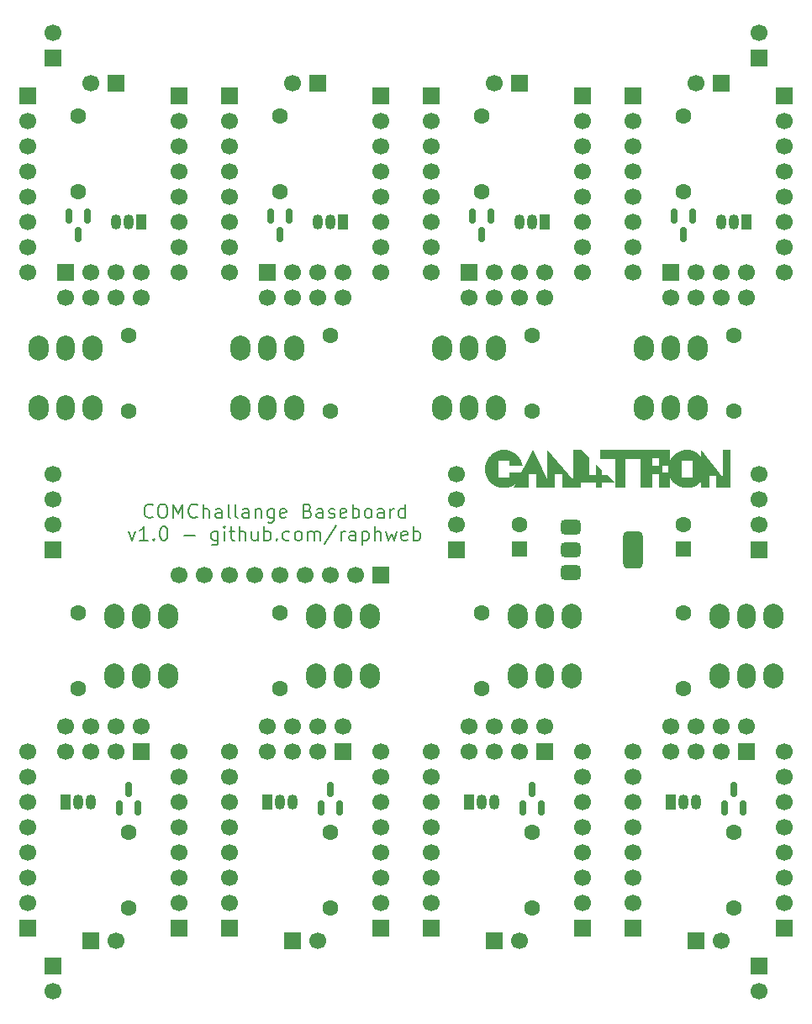
<source format=gbr>
%TF.GenerationSoftware,KiCad,Pcbnew,9.0.5*%
%TF.CreationDate,2025-11-11T22:24:23+01:00*%
%TF.ProjectId,BaseBoard,42617365-426f-4617-9264-2e6b69636164,v1.0*%
%TF.SameCoordinates,Original*%
%TF.FileFunction,Soldermask,Top*%
%TF.FilePolarity,Negative*%
%FSLAX46Y46*%
G04 Gerber Fmt 4.6, Leading zero omitted, Abs format (unit mm)*
G04 Created by KiCad (PCBNEW 9.0.5) date 2025-11-11 22:24:23*
%MOMM*%
%LPD*%
G01*
G04 APERTURE LIST*
G04 Aperture macros list*
%AMRoundRect*
0 Rectangle with rounded corners*
0 $1 Rounding radius*
0 $2 $3 $4 $5 $6 $7 $8 $9 X,Y pos of 4 corners*
0 Add a 4 corners polygon primitive as box body*
4,1,4,$2,$3,$4,$5,$6,$7,$8,$9,$2,$3,0*
0 Add four circle primitives for the rounded corners*
1,1,$1+$1,$2,$3*
1,1,$1+$1,$4,$5*
1,1,$1+$1,$6,$7*
1,1,$1+$1,$8,$9*
0 Add four rect primitives between the rounded corners*
20,1,$1+$1,$2,$3,$4,$5,0*
20,1,$1+$1,$4,$5,$6,$7,0*
20,1,$1+$1,$6,$7,$8,$9,0*
20,1,$1+$1,$8,$9,$2,$3,0*%
G04 Aperture macros list end*
%ADD10C,0.000000*%
%ADD11C,0.200000*%
%ADD12C,1.600000*%
%ADD13RoundRect,0.150000X-0.150000X0.587500X-0.150000X-0.587500X0.150000X-0.587500X0.150000X0.587500X0*%
%ADD14R,1.050000X1.500000*%
%ADD15O,1.050000X1.500000*%
%ADD16R,1.700000X1.700000*%
%ADD17C,1.700000*%
%ADD18O,2.000000X2.500000*%
%ADD19O,1.850000X2.500000*%
%ADD20RoundRect,0.150000X0.150000X-0.587500X0.150000X0.587500X-0.150000X0.587500X-0.150000X-0.587500X0*%
%ADD21RoundRect,0.375000X-0.625000X-0.375000X0.625000X-0.375000X0.625000X0.375000X-0.625000X0.375000X0*%
%ADD22RoundRect,0.500000X-0.500000X-1.400000X0.500000X-1.400000X0.500000X1.400000X-0.500000X1.400000X0*%
%ADD23RoundRect,0.250000X0.550000X-0.550000X0.550000X0.550000X-0.550000X0.550000X-0.550000X-0.550000X0*%
G04 APERTURE END LIST*
D10*
G36*
X195239791Y-69937457D02*
G01*
X195254636Y-69956335D01*
X195239791Y-69956335D01*
X194449761Y-69956335D01*
X193802892Y-69956335D01*
X193802892Y-68714726D01*
X193106375Y-68714726D01*
X193106375Y-69956335D01*
X192246480Y-69956335D01*
X192246480Y-66135576D01*
X194449761Y-68934066D01*
X194449761Y-66135576D01*
X195239791Y-66135576D01*
X195239791Y-69937457D01*
G37*
G36*
X186922484Y-67056000D02*
G01*
X184658000Y-67056000D01*
X184658000Y-69956335D01*
X183617251Y-69956335D01*
X183617251Y-67056000D01*
X182119729Y-67056000D01*
X182119729Y-66135576D01*
X186922484Y-66135576D01*
X186922484Y-67056000D01*
G37*
G36*
X189175127Y-67697698D02*
G01*
X188385097Y-67697698D01*
X188385097Y-68394213D01*
X189175127Y-68394213D01*
X189175127Y-69956335D01*
X188019238Y-69956335D01*
X188019238Y-68567603D01*
X187322722Y-68567603D01*
X187322722Y-69956335D01*
X186166879Y-69956335D01*
X186166879Y-67701997D01*
X186166879Y-67005482D01*
X187322722Y-67005482D01*
X187322722Y-67701997D01*
X188019238Y-67701997D01*
X188019238Y-67005482D01*
X187322722Y-67005482D01*
X186166879Y-67005482D01*
X186166879Y-66135576D01*
X189175127Y-66135576D01*
X189175127Y-67697698D01*
G37*
G36*
X177215412Y-69956835D02*
G01*
X175653290Y-69956835D01*
X175653290Y-68566625D01*
X174956775Y-68566625D01*
X174956775Y-69956835D01*
X173394653Y-69956835D01*
X175305033Y-66136009D01*
X177215412Y-69956835D01*
G37*
G36*
X180152695Y-69956835D02*
G01*
X180053068Y-69956835D01*
X179366428Y-69956835D01*
X178268784Y-69956835D01*
X178268784Y-68574149D01*
X177572269Y-68574149D01*
X177572269Y-69956835D01*
X176799840Y-69956835D01*
X176799840Y-66136009D01*
X179366428Y-69150414D01*
X179366428Y-66136009D01*
X180152695Y-66136009D01*
X180152695Y-69956835D01*
G37*
G36*
X172518917Y-66138194D02*
G01*
X172610393Y-66144751D01*
X172701529Y-66155678D01*
X172792155Y-66170976D01*
X172882103Y-66190645D01*
X172971201Y-66214684D01*
X173059281Y-66243095D01*
X173146174Y-66275876D01*
X173231708Y-66313029D01*
X173315715Y-66354552D01*
X173398025Y-66400446D01*
X173478468Y-66450711D01*
X173556875Y-66505346D01*
X173633075Y-66564353D01*
X173706900Y-66627730D01*
X173778180Y-66695479D01*
X173830161Y-66749518D01*
X173879602Y-66805057D01*
X173926503Y-66862022D01*
X173970867Y-66920337D01*
X174012693Y-66979928D01*
X174051983Y-67040719D01*
X174088736Y-67102636D01*
X174122955Y-67165602D01*
X174154639Y-67229544D01*
X174183790Y-67294385D01*
X174210408Y-67360052D01*
X174234495Y-67426468D01*
X174256050Y-67493559D01*
X174275075Y-67561250D01*
X174291571Y-67629465D01*
X174305538Y-67698130D01*
X172970416Y-67698130D01*
X172970416Y-67203690D01*
X171884058Y-67203690D01*
X171884058Y-68889086D01*
X172970416Y-68889086D01*
X172970416Y-68394646D01*
X174305538Y-68394646D01*
X174291573Y-68463315D01*
X174275078Y-68531535D01*
X174256055Y-68599231D01*
X174234501Y-68666326D01*
X174210415Y-68732747D01*
X174183798Y-68798418D01*
X174154648Y-68863264D01*
X174122964Y-68927210D01*
X174088746Y-68990181D01*
X174051992Y-69052102D01*
X174012702Y-69112897D01*
X173970875Y-69172492D01*
X173926510Y-69230811D01*
X173879607Y-69287780D01*
X173830164Y-69343323D01*
X173778180Y-69397365D01*
X173706900Y-69465113D01*
X173633074Y-69528491D01*
X173556872Y-69587497D01*
X173478463Y-69642133D01*
X173398018Y-69692398D01*
X173315706Y-69738292D01*
X173231696Y-69779815D01*
X173146159Y-69816968D01*
X173059264Y-69849749D01*
X172971181Y-69878160D01*
X172882079Y-69902199D01*
X172792129Y-69921868D01*
X172701500Y-69937166D01*
X172610362Y-69948093D01*
X172518884Y-69954650D01*
X172427237Y-69956835D01*
X172335590Y-69954650D01*
X172244112Y-69948093D01*
X172152974Y-69937166D01*
X172062345Y-69921868D01*
X171972395Y-69902199D01*
X171883293Y-69878160D01*
X171795210Y-69849749D01*
X171708315Y-69816968D01*
X171622778Y-69779815D01*
X171538768Y-69738292D01*
X171456456Y-69692398D01*
X171376010Y-69642133D01*
X171297602Y-69587497D01*
X171221400Y-69528491D01*
X171147574Y-69465113D01*
X171076294Y-69397365D01*
X171008545Y-69326085D01*
X170945168Y-69252259D01*
X170886161Y-69176057D01*
X170831526Y-69097648D01*
X170781261Y-69017203D01*
X170735367Y-68934891D01*
X170693844Y-68850881D01*
X170656691Y-68765344D01*
X170623910Y-68678449D01*
X170595499Y-68590366D01*
X170571460Y-68501264D01*
X170551791Y-68411314D01*
X170536493Y-68320685D01*
X170525566Y-68229547D01*
X170519009Y-68138069D01*
X170516824Y-68046422D01*
X170519009Y-67954775D01*
X170525566Y-67863297D01*
X170536493Y-67772159D01*
X170551791Y-67681530D01*
X170571460Y-67591580D01*
X170595499Y-67502478D01*
X170623910Y-67414395D01*
X170656691Y-67327500D01*
X170693844Y-67241963D01*
X170735367Y-67157953D01*
X170781261Y-67075641D01*
X170831526Y-66995195D01*
X170886161Y-66916787D01*
X170945168Y-66840585D01*
X171008545Y-66766759D01*
X171076294Y-66695479D01*
X171147574Y-66627730D01*
X171221401Y-66564353D01*
X171297605Y-66505346D01*
X171376016Y-66450711D01*
X171456465Y-66400446D01*
X171538780Y-66354552D01*
X171622793Y-66313029D01*
X171708334Y-66275876D01*
X171795232Y-66243095D01*
X171883319Y-66214684D01*
X171972423Y-66190645D01*
X172062375Y-66170976D01*
X172153006Y-66155678D01*
X172244146Y-66144751D01*
X172335624Y-66138194D01*
X172427271Y-66136009D01*
X172518917Y-66138194D01*
G37*
G36*
X180971794Y-66905280D02*
G01*
X180971794Y-68672701D01*
X181668309Y-68672701D01*
X181668309Y-67559136D01*
X182301810Y-68153808D01*
X182301810Y-68672701D01*
X182854562Y-68672701D01*
X183619802Y-69391050D01*
X182301810Y-69391050D01*
X182301810Y-69956835D01*
X181679796Y-69956835D01*
X181679796Y-69391050D01*
X180152273Y-69391050D01*
X180152273Y-66136009D01*
X180971794Y-66905280D01*
G37*
G36*
X190937907Y-66137761D02*
G01*
X191029383Y-66144318D01*
X191120519Y-66155245D01*
X191211145Y-66170543D01*
X191301093Y-66190212D01*
X191390192Y-66214251D01*
X191478272Y-66242662D01*
X191565164Y-66275443D01*
X191650698Y-66312596D01*
X191734705Y-66354119D01*
X191817015Y-66400013D01*
X191897458Y-66450278D01*
X191975865Y-66504913D01*
X192052066Y-66563920D01*
X192125891Y-66627298D01*
X192197171Y-66695046D01*
X192264919Y-66766326D01*
X192328296Y-66840152D01*
X192387303Y-66916353D01*
X192441938Y-66994761D01*
X192492203Y-67075206D01*
X192538097Y-67157517D01*
X192579620Y-67241525D01*
X192616772Y-67327061D01*
X192649554Y-67413954D01*
X192677964Y-67502035D01*
X192702004Y-67591133D01*
X192721673Y-67681080D01*
X192736971Y-67771706D01*
X192747898Y-67862840D01*
X192754454Y-67954313D01*
X192756640Y-68045956D01*
X192754454Y-68137598D01*
X192747898Y-68229069D01*
X192736971Y-68320201D01*
X192721673Y-68410822D01*
X192702004Y-68500765D01*
X192677964Y-68589858D01*
X192649554Y-68677932D01*
X192616772Y-68764817D01*
X192579620Y-68850343D01*
X192538097Y-68934342D01*
X192492203Y-69016642D01*
X192441938Y-69097074D01*
X192387303Y-69175469D01*
X192328296Y-69251657D01*
X192264919Y-69325467D01*
X192197171Y-69396731D01*
X192125891Y-69464495D01*
X192052065Y-69527888D01*
X191975864Y-69586909D01*
X191897456Y-69641558D01*
X191817013Y-69691835D01*
X191734702Y-69737740D01*
X191650694Y-69779273D01*
X191565159Y-69816434D01*
X191478267Y-69849223D01*
X191390186Y-69877641D01*
X191301088Y-69901686D01*
X191211140Y-69921360D01*
X191120514Y-69936661D01*
X191029379Y-69947591D01*
X190937905Y-69954149D01*
X190846260Y-69956335D01*
X190754616Y-69954149D01*
X190663142Y-69947591D01*
X190572006Y-69936661D01*
X190481380Y-69921360D01*
X190391433Y-69901686D01*
X190302334Y-69877641D01*
X190214254Y-69849223D01*
X190127361Y-69816434D01*
X190041826Y-69779273D01*
X189957819Y-69737740D01*
X189875508Y-69691835D01*
X189795064Y-69641558D01*
X189716657Y-69586909D01*
X189640455Y-69527888D01*
X189566630Y-69464495D01*
X189495350Y-69396731D01*
X189427602Y-69325467D01*
X189364225Y-69251657D01*
X189305218Y-69175469D01*
X189250582Y-69097074D01*
X189200318Y-69016642D01*
X189154424Y-68934341D01*
X189131839Y-68888653D01*
X189112901Y-68850343D01*
X189075748Y-68764817D01*
X189042967Y-68677931D01*
X189014556Y-68589857D01*
X188990517Y-68500765D01*
X188970848Y-68410822D01*
X188955550Y-68320200D01*
X188944623Y-68229069D01*
X188938067Y-68137597D01*
X188935881Y-68045955D01*
X188938067Y-67954313D01*
X188944623Y-67862840D01*
X188955550Y-67771706D01*
X188970848Y-67681080D01*
X188990517Y-67591133D01*
X189014556Y-67502035D01*
X189042967Y-67413954D01*
X189075748Y-67327061D01*
X189112901Y-67241525D01*
X189131815Y-67203258D01*
X190303115Y-67203258D01*
X190303115Y-68888653D01*
X191389405Y-68888653D01*
X191389405Y-67203258D01*
X190303115Y-67203258D01*
X189131815Y-67203258D01*
X189154424Y-67157517D01*
X189200318Y-67075206D01*
X189250582Y-66994761D01*
X189305218Y-66916353D01*
X189364225Y-66840152D01*
X189427602Y-66766326D01*
X189495350Y-66695046D01*
X189566630Y-66627297D01*
X189640455Y-66563920D01*
X189716656Y-66504913D01*
X189795063Y-66450278D01*
X189875506Y-66400013D01*
X189957816Y-66354119D01*
X190041822Y-66312596D01*
X190127357Y-66275443D01*
X190214249Y-66242662D01*
X190302329Y-66214251D01*
X190391428Y-66190212D01*
X190481375Y-66170543D01*
X190572002Y-66155245D01*
X190663138Y-66144318D01*
X190754614Y-66137761D01*
X190846260Y-66135576D01*
X190937907Y-66137761D01*
G37*
D11*
X137051998Y-72869011D02*
X136985331Y-72935678D01*
X136985331Y-72935678D02*
X136785331Y-73002344D01*
X136785331Y-73002344D02*
X136651998Y-73002344D01*
X136651998Y-73002344D02*
X136451998Y-72935678D01*
X136451998Y-72935678D02*
X136318665Y-72802344D01*
X136318665Y-72802344D02*
X136251998Y-72669011D01*
X136251998Y-72669011D02*
X136185331Y-72402344D01*
X136185331Y-72402344D02*
X136185331Y-72202344D01*
X136185331Y-72202344D02*
X136251998Y-71935678D01*
X136251998Y-71935678D02*
X136318665Y-71802344D01*
X136318665Y-71802344D02*
X136451998Y-71669011D01*
X136451998Y-71669011D02*
X136651998Y-71602344D01*
X136651998Y-71602344D02*
X136785331Y-71602344D01*
X136785331Y-71602344D02*
X136985331Y-71669011D01*
X136985331Y-71669011D02*
X137051998Y-71735678D01*
X137918665Y-71602344D02*
X138185331Y-71602344D01*
X138185331Y-71602344D02*
X138318665Y-71669011D01*
X138318665Y-71669011D02*
X138451998Y-71802344D01*
X138451998Y-71802344D02*
X138518665Y-72069011D01*
X138518665Y-72069011D02*
X138518665Y-72535678D01*
X138518665Y-72535678D02*
X138451998Y-72802344D01*
X138451998Y-72802344D02*
X138318665Y-72935678D01*
X138318665Y-72935678D02*
X138185331Y-73002344D01*
X138185331Y-73002344D02*
X137918665Y-73002344D01*
X137918665Y-73002344D02*
X137785331Y-72935678D01*
X137785331Y-72935678D02*
X137651998Y-72802344D01*
X137651998Y-72802344D02*
X137585331Y-72535678D01*
X137585331Y-72535678D02*
X137585331Y-72069011D01*
X137585331Y-72069011D02*
X137651998Y-71802344D01*
X137651998Y-71802344D02*
X137785331Y-71669011D01*
X137785331Y-71669011D02*
X137918665Y-71602344D01*
X139118665Y-73002344D02*
X139118665Y-71602344D01*
X139118665Y-71602344D02*
X139585332Y-72602344D01*
X139585332Y-72602344D02*
X140051998Y-71602344D01*
X140051998Y-71602344D02*
X140051998Y-73002344D01*
X141518665Y-72869011D02*
X141451998Y-72935678D01*
X141451998Y-72935678D02*
X141251998Y-73002344D01*
X141251998Y-73002344D02*
X141118665Y-73002344D01*
X141118665Y-73002344D02*
X140918665Y-72935678D01*
X140918665Y-72935678D02*
X140785332Y-72802344D01*
X140785332Y-72802344D02*
X140718665Y-72669011D01*
X140718665Y-72669011D02*
X140651998Y-72402344D01*
X140651998Y-72402344D02*
X140651998Y-72202344D01*
X140651998Y-72202344D02*
X140718665Y-71935678D01*
X140718665Y-71935678D02*
X140785332Y-71802344D01*
X140785332Y-71802344D02*
X140918665Y-71669011D01*
X140918665Y-71669011D02*
X141118665Y-71602344D01*
X141118665Y-71602344D02*
X141251998Y-71602344D01*
X141251998Y-71602344D02*
X141451998Y-71669011D01*
X141451998Y-71669011D02*
X141518665Y-71735678D01*
X142118665Y-73002344D02*
X142118665Y-71602344D01*
X142718665Y-73002344D02*
X142718665Y-72269011D01*
X142718665Y-72269011D02*
X142651998Y-72135678D01*
X142651998Y-72135678D02*
X142518665Y-72069011D01*
X142518665Y-72069011D02*
X142318665Y-72069011D01*
X142318665Y-72069011D02*
X142185332Y-72135678D01*
X142185332Y-72135678D02*
X142118665Y-72202344D01*
X143985332Y-73002344D02*
X143985332Y-72269011D01*
X143985332Y-72269011D02*
X143918665Y-72135678D01*
X143918665Y-72135678D02*
X143785332Y-72069011D01*
X143785332Y-72069011D02*
X143518665Y-72069011D01*
X143518665Y-72069011D02*
X143385332Y-72135678D01*
X143985332Y-72935678D02*
X143851999Y-73002344D01*
X143851999Y-73002344D02*
X143518665Y-73002344D01*
X143518665Y-73002344D02*
X143385332Y-72935678D01*
X143385332Y-72935678D02*
X143318665Y-72802344D01*
X143318665Y-72802344D02*
X143318665Y-72669011D01*
X143318665Y-72669011D02*
X143385332Y-72535678D01*
X143385332Y-72535678D02*
X143518665Y-72469011D01*
X143518665Y-72469011D02*
X143851999Y-72469011D01*
X143851999Y-72469011D02*
X143985332Y-72402344D01*
X144851999Y-73002344D02*
X144718666Y-72935678D01*
X144718666Y-72935678D02*
X144651999Y-72802344D01*
X144651999Y-72802344D02*
X144651999Y-71602344D01*
X145585332Y-73002344D02*
X145451999Y-72935678D01*
X145451999Y-72935678D02*
X145385332Y-72802344D01*
X145385332Y-72802344D02*
X145385332Y-71602344D01*
X146718665Y-73002344D02*
X146718665Y-72269011D01*
X146718665Y-72269011D02*
X146651998Y-72135678D01*
X146651998Y-72135678D02*
X146518665Y-72069011D01*
X146518665Y-72069011D02*
X146251998Y-72069011D01*
X146251998Y-72069011D02*
X146118665Y-72135678D01*
X146718665Y-72935678D02*
X146585332Y-73002344D01*
X146585332Y-73002344D02*
X146251998Y-73002344D01*
X146251998Y-73002344D02*
X146118665Y-72935678D01*
X146118665Y-72935678D02*
X146051998Y-72802344D01*
X146051998Y-72802344D02*
X146051998Y-72669011D01*
X146051998Y-72669011D02*
X146118665Y-72535678D01*
X146118665Y-72535678D02*
X146251998Y-72469011D01*
X146251998Y-72469011D02*
X146585332Y-72469011D01*
X146585332Y-72469011D02*
X146718665Y-72402344D01*
X147385332Y-72069011D02*
X147385332Y-73002344D01*
X147385332Y-72202344D02*
X147451999Y-72135678D01*
X147451999Y-72135678D02*
X147585332Y-72069011D01*
X147585332Y-72069011D02*
X147785332Y-72069011D01*
X147785332Y-72069011D02*
X147918665Y-72135678D01*
X147918665Y-72135678D02*
X147985332Y-72269011D01*
X147985332Y-72269011D02*
X147985332Y-73002344D01*
X149251999Y-72069011D02*
X149251999Y-73202344D01*
X149251999Y-73202344D02*
X149185332Y-73335678D01*
X149185332Y-73335678D02*
X149118666Y-73402344D01*
X149118666Y-73402344D02*
X148985332Y-73469011D01*
X148985332Y-73469011D02*
X148785332Y-73469011D01*
X148785332Y-73469011D02*
X148651999Y-73402344D01*
X149251999Y-72935678D02*
X149118666Y-73002344D01*
X149118666Y-73002344D02*
X148851999Y-73002344D01*
X148851999Y-73002344D02*
X148718666Y-72935678D01*
X148718666Y-72935678D02*
X148651999Y-72869011D01*
X148651999Y-72869011D02*
X148585332Y-72735678D01*
X148585332Y-72735678D02*
X148585332Y-72335678D01*
X148585332Y-72335678D02*
X148651999Y-72202344D01*
X148651999Y-72202344D02*
X148718666Y-72135678D01*
X148718666Y-72135678D02*
X148851999Y-72069011D01*
X148851999Y-72069011D02*
X149118666Y-72069011D01*
X149118666Y-72069011D02*
X149251999Y-72135678D01*
X150451999Y-72935678D02*
X150318666Y-73002344D01*
X150318666Y-73002344D02*
X150051999Y-73002344D01*
X150051999Y-73002344D02*
X149918666Y-72935678D01*
X149918666Y-72935678D02*
X149851999Y-72802344D01*
X149851999Y-72802344D02*
X149851999Y-72269011D01*
X149851999Y-72269011D02*
X149918666Y-72135678D01*
X149918666Y-72135678D02*
X150051999Y-72069011D01*
X150051999Y-72069011D02*
X150318666Y-72069011D01*
X150318666Y-72069011D02*
X150451999Y-72135678D01*
X150451999Y-72135678D02*
X150518666Y-72269011D01*
X150518666Y-72269011D02*
X150518666Y-72402344D01*
X150518666Y-72402344D02*
X149851999Y-72535678D01*
X152652000Y-72269011D02*
X152852000Y-72335678D01*
X152852000Y-72335678D02*
X152918666Y-72402344D01*
X152918666Y-72402344D02*
X152985333Y-72535678D01*
X152985333Y-72535678D02*
X152985333Y-72735678D01*
X152985333Y-72735678D02*
X152918666Y-72869011D01*
X152918666Y-72869011D02*
X152852000Y-72935678D01*
X152852000Y-72935678D02*
X152718666Y-73002344D01*
X152718666Y-73002344D02*
X152185333Y-73002344D01*
X152185333Y-73002344D02*
X152185333Y-71602344D01*
X152185333Y-71602344D02*
X152652000Y-71602344D01*
X152652000Y-71602344D02*
X152785333Y-71669011D01*
X152785333Y-71669011D02*
X152852000Y-71735678D01*
X152852000Y-71735678D02*
X152918666Y-71869011D01*
X152918666Y-71869011D02*
X152918666Y-72002344D01*
X152918666Y-72002344D02*
X152852000Y-72135678D01*
X152852000Y-72135678D02*
X152785333Y-72202344D01*
X152785333Y-72202344D02*
X152652000Y-72269011D01*
X152652000Y-72269011D02*
X152185333Y-72269011D01*
X154185333Y-73002344D02*
X154185333Y-72269011D01*
X154185333Y-72269011D02*
X154118666Y-72135678D01*
X154118666Y-72135678D02*
X153985333Y-72069011D01*
X153985333Y-72069011D02*
X153718666Y-72069011D01*
X153718666Y-72069011D02*
X153585333Y-72135678D01*
X154185333Y-72935678D02*
X154052000Y-73002344D01*
X154052000Y-73002344D02*
X153718666Y-73002344D01*
X153718666Y-73002344D02*
X153585333Y-72935678D01*
X153585333Y-72935678D02*
X153518666Y-72802344D01*
X153518666Y-72802344D02*
X153518666Y-72669011D01*
X153518666Y-72669011D02*
X153585333Y-72535678D01*
X153585333Y-72535678D02*
X153718666Y-72469011D01*
X153718666Y-72469011D02*
X154052000Y-72469011D01*
X154052000Y-72469011D02*
X154185333Y-72402344D01*
X154785333Y-72935678D02*
X154918667Y-73002344D01*
X154918667Y-73002344D02*
X155185333Y-73002344D01*
X155185333Y-73002344D02*
X155318667Y-72935678D01*
X155318667Y-72935678D02*
X155385333Y-72802344D01*
X155385333Y-72802344D02*
X155385333Y-72735678D01*
X155385333Y-72735678D02*
X155318667Y-72602344D01*
X155318667Y-72602344D02*
X155185333Y-72535678D01*
X155185333Y-72535678D02*
X154985333Y-72535678D01*
X154985333Y-72535678D02*
X154852000Y-72469011D01*
X154852000Y-72469011D02*
X154785333Y-72335678D01*
X154785333Y-72335678D02*
X154785333Y-72269011D01*
X154785333Y-72269011D02*
X154852000Y-72135678D01*
X154852000Y-72135678D02*
X154985333Y-72069011D01*
X154985333Y-72069011D02*
X155185333Y-72069011D01*
X155185333Y-72069011D02*
X155318667Y-72135678D01*
X156518666Y-72935678D02*
X156385333Y-73002344D01*
X156385333Y-73002344D02*
X156118666Y-73002344D01*
X156118666Y-73002344D02*
X155985333Y-72935678D01*
X155985333Y-72935678D02*
X155918666Y-72802344D01*
X155918666Y-72802344D02*
X155918666Y-72269011D01*
X155918666Y-72269011D02*
X155985333Y-72135678D01*
X155985333Y-72135678D02*
X156118666Y-72069011D01*
X156118666Y-72069011D02*
X156385333Y-72069011D01*
X156385333Y-72069011D02*
X156518666Y-72135678D01*
X156518666Y-72135678D02*
X156585333Y-72269011D01*
X156585333Y-72269011D02*
X156585333Y-72402344D01*
X156585333Y-72402344D02*
X155918666Y-72535678D01*
X157185333Y-73002344D02*
X157185333Y-71602344D01*
X157185333Y-72135678D02*
X157318666Y-72069011D01*
X157318666Y-72069011D02*
X157585333Y-72069011D01*
X157585333Y-72069011D02*
X157718666Y-72135678D01*
X157718666Y-72135678D02*
X157785333Y-72202344D01*
X157785333Y-72202344D02*
X157852000Y-72335678D01*
X157852000Y-72335678D02*
X157852000Y-72735678D01*
X157852000Y-72735678D02*
X157785333Y-72869011D01*
X157785333Y-72869011D02*
X157718666Y-72935678D01*
X157718666Y-72935678D02*
X157585333Y-73002344D01*
X157585333Y-73002344D02*
X157318666Y-73002344D01*
X157318666Y-73002344D02*
X157185333Y-72935678D01*
X158652000Y-73002344D02*
X158518667Y-72935678D01*
X158518667Y-72935678D02*
X158452000Y-72869011D01*
X158452000Y-72869011D02*
X158385333Y-72735678D01*
X158385333Y-72735678D02*
X158385333Y-72335678D01*
X158385333Y-72335678D02*
X158452000Y-72202344D01*
X158452000Y-72202344D02*
X158518667Y-72135678D01*
X158518667Y-72135678D02*
X158652000Y-72069011D01*
X158652000Y-72069011D02*
X158852000Y-72069011D01*
X158852000Y-72069011D02*
X158985333Y-72135678D01*
X158985333Y-72135678D02*
X159052000Y-72202344D01*
X159052000Y-72202344D02*
X159118667Y-72335678D01*
X159118667Y-72335678D02*
X159118667Y-72735678D01*
X159118667Y-72735678D02*
X159052000Y-72869011D01*
X159052000Y-72869011D02*
X158985333Y-72935678D01*
X158985333Y-72935678D02*
X158852000Y-73002344D01*
X158852000Y-73002344D02*
X158652000Y-73002344D01*
X160318667Y-73002344D02*
X160318667Y-72269011D01*
X160318667Y-72269011D02*
X160252000Y-72135678D01*
X160252000Y-72135678D02*
X160118667Y-72069011D01*
X160118667Y-72069011D02*
X159852000Y-72069011D01*
X159852000Y-72069011D02*
X159718667Y-72135678D01*
X160318667Y-72935678D02*
X160185334Y-73002344D01*
X160185334Y-73002344D02*
X159852000Y-73002344D01*
X159852000Y-73002344D02*
X159718667Y-72935678D01*
X159718667Y-72935678D02*
X159652000Y-72802344D01*
X159652000Y-72802344D02*
X159652000Y-72669011D01*
X159652000Y-72669011D02*
X159718667Y-72535678D01*
X159718667Y-72535678D02*
X159852000Y-72469011D01*
X159852000Y-72469011D02*
X160185334Y-72469011D01*
X160185334Y-72469011D02*
X160318667Y-72402344D01*
X160985334Y-73002344D02*
X160985334Y-72069011D01*
X160985334Y-72335678D02*
X161052001Y-72202344D01*
X161052001Y-72202344D02*
X161118667Y-72135678D01*
X161118667Y-72135678D02*
X161252001Y-72069011D01*
X161252001Y-72069011D02*
X161385334Y-72069011D01*
X162452001Y-73002344D02*
X162452001Y-71602344D01*
X162452001Y-72935678D02*
X162318668Y-73002344D01*
X162318668Y-73002344D02*
X162052001Y-73002344D01*
X162052001Y-73002344D02*
X161918668Y-72935678D01*
X161918668Y-72935678D02*
X161852001Y-72869011D01*
X161852001Y-72869011D02*
X161785334Y-72735678D01*
X161785334Y-72735678D02*
X161785334Y-72335678D01*
X161785334Y-72335678D02*
X161852001Y-72202344D01*
X161852001Y-72202344D02*
X161918668Y-72135678D01*
X161918668Y-72135678D02*
X162052001Y-72069011D01*
X162052001Y-72069011D02*
X162318668Y-72069011D01*
X162318668Y-72069011D02*
X162452001Y-72135678D01*
X134618664Y-74322933D02*
X134951997Y-75256266D01*
X134951997Y-75256266D02*
X135285330Y-74322933D01*
X136551997Y-75256266D02*
X135751997Y-75256266D01*
X136151997Y-75256266D02*
X136151997Y-73856266D01*
X136151997Y-73856266D02*
X136018664Y-74056266D01*
X136018664Y-74056266D02*
X135885331Y-74189600D01*
X135885331Y-74189600D02*
X135751997Y-74256266D01*
X137151997Y-75122933D02*
X137218664Y-75189600D01*
X137218664Y-75189600D02*
X137151997Y-75256266D01*
X137151997Y-75256266D02*
X137085330Y-75189600D01*
X137085330Y-75189600D02*
X137151997Y-75122933D01*
X137151997Y-75122933D02*
X137151997Y-75256266D01*
X138085331Y-73856266D02*
X138218664Y-73856266D01*
X138218664Y-73856266D02*
X138351997Y-73922933D01*
X138351997Y-73922933D02*
X138418664Y-73989600D01*
X138418664Y-73989600D02*
X138485331Y-74122933D01*
X138485331Y-74122933D02*
X138551997Y-74389600D01*
X138551997Y-74389600D02*
X138551997Y-74722933D01*
X138551997Y-74722933D02*
X138485331Y-74989600D01*
X138485331Y-74989600D02*
X138418664Y-75122933D01*
X138418664Y-75122933D02*
X138351997Y-75189600D01*
X138351997Y-75189600D02*
X138218664Y-75256266D01*
X138218664Y-75256266D02*
X138085331Y-75256266D01*
X138085331Y-75256266D02*
X137951997Y-75189600D01*
X137951997Y-75189600D02*
X137885331Y-75122933D01*
X137885331Y-75122933D02*
X137818664Y-74989600D01*
X137818664Y-74989600D02*
X137751997Y-74722933D01*
X137751997Y-74722933D02*
X137751997Y-74389600D01*
X137751997Y-74389600D02*
X137818664Y-74122933D01*
X137818664Y-74122933D02*
X137885331Y-73989600D01*
X137885331Y-73989600D02*
X137951997Y-73922933D01*
X137951997Y-73922933D02*
X138085331Y-73856266D01*
X140218664Y-74722933D02*
X141285331Y-74722933D01*
X143618664Y-74322933D02*
X143618664Y-75456266D01*
X143618664Y-75456266D02*
X143551997Y-75589600D01*
X143551997Y-75589600D02*
X143485331Y-75656266D01*
X143485331Y-75656266D02*
X143351997Y-75722933D01*
X143351997Y-75722933D02*
X143151997Y-75722933D01*
X143151997Y-75722933D02*
X143018664Y-75656266D01*
X143618664Y-75189600D02*
X143485331Y-75256266D01*
X143485331Y-75256266D02*
X143218664Y-75256266D01*
X143218664Y-75256266D02*
X143085331Y-75189600D01*
X143085331Y-75189600D02*
X143018664Y-75122933D01*
X143018664Y-75122933D02*
X142951997Y-74989600D01*
X142951997Y-74989600D02*
X142951997Y-74589600D01*
X142951997Y-74589600D02*
X143018664Y-74456266D01*
X143018664Y-74456266D02*
X143085331Y-74389600D01*
X143085331Y-74389600D02*
X143218664Y-74322933D01*
X143218664Y-74322933D02*
X143485331Y-74322933D01*
X143485331Y-74322933D02*
X143618664Y-74389600D01*
X144285331Y-75256266D02*
X144285331Y-74322933D01*
X144285331Y-73856266D02*
X144218664Y-73922933D01*
X144218664Y-73922933D02*
X144285331Y-73989600D01*
X144285331Y-73989600D02*
X144351998Y-73922933D01*
X144351998Y-73922933D02*
X144285331Y-73856266D01*
X144285331Y-73856266D02*
X144285331Y-73989600D01*
X144751998Y-74322933D02*
X145285331Y-74322933D01*
X144951998Y-73856266D02*
X144951998Y-75056266D01*
X144951998Y-75056266D02*
X145018665Y-75189600D01*
X145018665Y-75189600D02*
X145151998Y-75256266D01*
X145151998Y-75256266D02*
X145285331Y-75256266D01*
X145751998Y-75256266D02*
X145751998Y-73856266D01*
X146351998Y-75256266D02*
X146351998Y-74522933D01*
X146351998Y-74522933D02*
X146285331Y-74389600D01*
X146285331Y-74389600D02*
X146151998Y-74322933D01*
X146151998Y-74322933D02*
X145951998Y-74322933D01*
X145951998Y-74322933D02*
X145818665Y-74389600D01*
X145818665Y-74389600D02*
X145751998Y-74456266D01*
X147618665Y-74322933D02*
X147618665Y-75256266D01*
X147018665Y-74322933D02*
X147018665Y-75056266D01*
X147018665Y-75056266D02*
X147085332Y-75189600D01*
X147085332Y-75189600D02*
X147218665Y-75256266D01*
X147218665Y-75256266D02*
X147418665Y-75256266D01*
X147418665Y-75256266D02*
X147551998Y-75189600D01*
X147551998Y-75189600D02*
X147618665Y-75122933D01*
X148285332Y-75256266D02*
X148285332Y-73856266D01*
X148285332Y-74389600D02*
X148418665Y-74322933D01*
X148418665Y-74322933D02*
X148685332Y-74322933D01*
X148685332Y-74322933D02*
X148818665Y-74389600D01*
X148818665Y-74389600D02*
X148885332Y-74456266D01*
X148885332Y-74456266D02*
X148951999Y-74589600D01*
X148951999Y-74589600D02*
X148951999Y-74989600D01*
X148951999Y-74989600D02*
X148885332Y-75122933D01*
X148885332Y-75122933D02*
X148818665Y-75189600D01*
X148818665Y-75189600D02*
X148685332Y-75256266D01*
X148685332Y-75256266D02*
X148418665Y-75256266D01*
X148418665Y-75256266D02*
X148285332Y-75189600D01*
X149551999Y-75122933D02*
X149618666Y-75189600D01*
X149618666Y-75189600D02*
X149551999Y-75256266D01*
X149551999Y-75256266D02*
X149485332Y-75189600D01*
X149485332Y-75189600D02*
X149551999Y-75122933D01*
X149551999Y-75122933D02*
X149551999Y-75256266D01*
X150818666Y-75189600D02*
X150685333Y-75256266D01*
X150685333Y-75256266D02*
X150418666Y-75256266D01*
X150418666Y-75256266D02*
X150285333Y-75189600D01*
X150285333Y-75189600D02*
X150218666Y-75122933D01*
X150218666Y-75122933D02*
X150151999Y-74989600D01*
X150151999Y-74989600D02*
X150151999Y-74589600D01*
X150151999Y-74589600D02*
X150218666Y-74456266D01*
X150218666Y-74456266D02*
X150285333Y-74389600D01*
X150285333Y-74389600D02*
X150418666Y-74322933D01*
X150418666Y-74322933D02*
X150685333Y-74322933D01*
X150685333Y-74322933D02*
X150818666Y-74389600D01*
X151618666Y-75256266D02*
X151485333Y-75189600D01*
X151485333Y-75189600D02*
X151418666Y-75122933D01*
X151418666Y-75122933D02*
X151351999Y-74989600D01*
X151351999Y-74989600D02*
X151351999Y-74589600D01*
X151351999Y-74589600D02*
X151418666Y-74456266D01*
X151418666Y-74456266D02*
X151485333Y-74389600D01*
X151485333Y-74389600D02*
X151618666Y-74322933D01*
X151618666Y-74322933D02*
X151818666Y-74322933D01*
X151818666Y-74322933D02*
X151951999Y-74389600D01*
X151951999Y-74389600D02*
X152018666Y-74456266D01*
X152018666Y-74456266D02*
X152085333Y-74589600D01*
X152085333Y-74589600D02*
X152085333Y-74989600D01*
X152085333Y-74989600D02*
X152018666Y-75122933D01*
X152018666Y-75122933D02*
X151951999Y-75189600D01*
X151951999Y-75189600D02*
X151818666Y-75256266D01*
X151818666Y-75256266D02*
X151618666Y-75256266D01*
X152685333Y-75256266D02*
X152685333Y-74322933D01*
X152685333Y-74456266D02*
X152752000Y-74389600D01*
X152752000Y-74389600D02*
X152885333Y-74322933D01*
X152885333Y-74322933D02*
X153085333Y-74322933D01*
X153085333Y-74322933D02*
X153218666Y-74389600D01*
X153218666Y-74389600D02*
X153285333Y-74522933D01*
X153285333Y-74522933D02*
X153285333Y-75256266D01*
X153285333Y-74522933D02*
X153352000Y-74389600D01*
X153352000Y-74389600D02*
X153485333Y-74322933D01*
X153485333Y-74322933D02*
X153685333Y-74322933D01*
X153685333Y-74322933D02*
X153818666Y-74389600D01*
X153818666Y-74389600D02*
X153885333Y-74522933D01*
X153885333Y-74522933D02*
X153885333Y-75256266D01*
X155552000Y-73789600D02*
X154352000Y-75589600D01*
X156018667Y-75256266D02*
X156018667Y-74322933D01*
X156018667Y-74589600D02*
X156085334Y-74456266D01*
X156085334Y-74456266D02*
X156152000Y-74389600D01*
X156152000Y-74389600D02*
X156285334Y-74322933D01*
X156285334Y-74322933D02*
X156418667Y-74322933D01*
X157485334Y-75256266D02*
X157485334Y-74522933D01*
X157485334Y-74522933D02*
X157418667Y-74389600D01*
X157418667Y-74389600D02*
X157285334Y-74322933D01*
X157285334Y-74322933D02*
X157018667Y-74322933D01*
X157018667Y-74322933D02*
X156885334Y-74389600D01*
X157485334Y-75189600D02*
X157352001Y-75256266D01*
X157352001Y-75256266D02*
X157018667Y-75256266D01*
X157018667Y-75256266D02*
X156885334Y-75189600D01*
X156885334Y-75189600D02*
X156818667Y-75056266D01*
X156818667Y-75056266D02*
X156818667Y-74922933D01*
X156818667Y-74922933D02*
X156885334Y-74789600D01*
X156885334Y-74789600D02*
X157018667Y-74722933D01*
X157018667Y-74722933D02*
X157352001Y-74722933D01*
X157352001Y-74722933D02*
X157485334Y-74656266D01*
X158152001Y-74322933D02*
X158152001Y-75722933D01*
X158152001Y-74389600D02*
X158285334Y-74322933D01*
X158285334Y-74322933D02*
X158552001Y-74322933D01*
X158552001Y-74322933D02*
X158685334Y-74389600D01*
X158685334Y-74389600D02*
X158752001Y-74456266D01*
X158752001Y-74456266D02*
X158818668Y-74589600D01*
X158818668Y-74589600D02*
X158818668Y-74989600D01*
X158818668Y-74989600D02*
X158752001Y-75122933D01*
X158752001Y-75122933D02*
X158685334Y-75189600D01*
X158685334Y-75189600D02*
X158552001Y-75256266D01*
X158552001Y-75256266D02*
X158285334Y-75256266D01*
X158285334Y-75256266D02*
X158152001Y-75189600D01*
X159418668Y-75256266D02*
X159418668Y-73856266D01*
X160018668Y-75256266D02*
X160018668Y-74522933D01*
X160018668Y-74522933D02*
X159952001Y-74389600D01*
X159952001Y-74389600D02*
X159818668Y-74322933D01*
X159818668Y-74322933D02*
X159618668Y-74322933D01*
X159618668Y-74322933D02*
X159485335Y-74389600D01*
X159485335Y-74389600D02*
X159418668Y-74456266D01*
X160552002Y-74322933D02*
X160818668Y-75256266D01*
X160818668Y-75256266D02*
X161085335Y-74589600D01*
X161085335Y-74589600D02*
X161352002Y-75256266D01*
X161352002Y-75256266D02*
X161618668Y-74322933D01*
X162685335Y-75189600D02*
X162552002Y-75256266D01*
X162552002Y-75256266D02*
X162285335Y-75256266D01*
X162285335Y-75256266D02*
X162152002Y-75189600D01*
X162152002Y-75189600D02*
X162085335Y-75056266D01*
X162085335Y-75056266D02*
X162085335Y-74522933D01*
X162085335Y-74522933D02*
X162152002Y-74389600D01*
X162152002Y-74389600D02*
X162285335Y-74322933D01*
X162285335Y-74322933D02*
X162552002Y-74322933D01*
X162552002Y-74322933D02*
X162685335Y-74389600D01*
X162685335Y-74389600D02*
X162752002Y-74522933D01*
X162752002Y-74522933D02*
X162752002Y-74656266D01*
X162752002Y-74656266D02*
X162085335Y-74789600D01*
X163352002Y-75256266D02*
X163352002Y-73856266D01*
X163352002Y-74389600D02*
X163485335Y-74322933D01*
X163485335Y-74322933D02*
X163752002Y-74322933D01*
X163752002Y-74322933D02*
X163885335Y-74389600D01*
X163885335Y-74389600D02*
X163952002Y-74456266D01*
X163952002Y-74456266D02*
X164018669Y-74589600D01*
X164018669Y-74589600D02*
X164018669Y-74989600D01*
X164018669Y-74989600D02*
X163952002Y-75122933D01*
X163952002Y-75122933D02*
X163885335Y-75189600D01*
X163885335Y-75189600D02*
X163752002Y-75256266D01*
X163752002Y-75256266D02*
X163485335Y-75256266D01*
X163485335Y-75256266D02*
X163352002Y-75189600D01*
D12*
%TO.C,R82*%
X190500000Y-32512000D03*
X190500000Y-40132000D03*
%TD*%
%TO.C,R81*%
X195580000Y-54610000D03*
X195580000Y-62230000D03*
%TD*%
D13*
%TO.C,Q82*%
X191450000Y-42575000D03*
X189550000Y-42575000D03*
X190500000Y-44450000D03*
%TD*%
D14*
%TO.C,Q81*%
X196850000Y-43180000D03*
D15*
X195580000Y-43180000D03*
X194310000Y-43180000D03*
%TD*%
D16*
%TO.C,J4-BUS8*%
X194310000Y-29210000D03*
D17*
X191770000Y-29210000D03*
%TD*%
D16*
%TO.C,J3-BUS8*%
X189230000Y-48260000D03*
D17*
X189230000Y-50800000D03*
X191770000Y-48260000D03*
X191770000Y-50800000D03*
X194310000Y-48260000D03*
X194310000Y-50800000D03*
X196850000Y-48260000D03*
X196850000Y-50800000D03*
%TD*%
D16*
%TO.C,J2-ESP8*%
X200660000Y-30480000D03*
D17*
X200660000Y-33020000D03*
X200660000Y-35560000D03*
X200660000Y-38100000D03*
X200660000Y-40640000D03*
X200660000Y-43180000D03*
X200660000Y-45720000D03*
X200660000Y-48260000D03*
%TD*%
D16*
%TO.C,J1-ESP8*%
X185420000Y-30480000D03*
D17*
X185420000Y-33020000D03*
X185420000Y-35560000D03*
X185420000Y-38100000D03*
X185420000Y-40640000D03*
X185420000Y-43180000D03*
X185420000Y-45720000D03*
X185420000Y-48260000D03*
%TD*%
D18*
%TO.C,ESP8*%
X191970000Y-55880000D03*
D19*
X189230000Y-55880000D03*
D18*
X186490000Y-55880000D03*
X186490000Y-61880000D03*
D19*
X189230000Y-61880000D03*
D18*
X191970000Y-61880000D03*
%TD*%
D12*
%TO.C,R72*%
X170180000Y-32512000D03*
X170180000Y-40132000D03*
%TD*%
%TO.C,R71*%
X175260000Y-54610000D03*
X175260000Y-62230000D03*
%TD*%
D13*
%TO.C,Q72*%
X171130000Y-42575000D03*
X169230000Y-42575000D03*
X170180000Y-44450000D03*
%TD*%
D14*
%TO.C,Q71*%
X176530000Y-43180000D03*
D15*
X175260000Y-43180000D03*
X173990000Y-43180000D03*
%TD*%
D16*
%TO.C,J4-BUS7*%
X173990000Y-29210000D03*
D17*
X171450000Y-29210000D03*
%TD*%
D16*
%TO.C,J3-BUS7*%
X168910000Y-48260000D03*
D17*
X168910000Y-50800000D03*
X171450000Y-48260000D03*
X171450000Y-50800000D03*
X173990000Y-48260000D03*
X173990000Y-50800000D03*
X176530000Y-48260000D03*
X176530000Y-50800000D03*
%TD*%
D16*
%TO.C,J2-ESP7*%
X180340000Y-30480000D03*
D17*
X180340000Y-33020000D03*
X180340000Y-35560000D03*
X180340000Y-38100000D03*
X180340000Y-40640000D03*
X180340000Y-43180000D03*
X180340000Y-45720000D03*
X180340000Y-48260000D03*
%TD*%
D16*
%TO.C,J1-ESP7*%
X165100000Y-30480000D03*
D17*
X165100000Y-33020000D03*
X165100000Y-35560000D03*
X165100000Y-38100000D03*
X165100000Y-40640000D03*
X165100000Y-43180000D03*
X165100000Y-45720000D03*
X165100000Y-48260000D03*
%TD*%
D18*
%TO.C,ESP7*%
X171650000Y-55880000D03*
D19*
X168910000Y-55880000D03*
D18*
X166170000Y-55880000D03*
X166170000Y-61880000D03*
D19*
X168910000Y-61880000D03*
D18*
X171650000Y-61880000D03*
%TD*%
D12*
%TO.C,R62*%
X149860000Y-32512000D03*
X149860000Y-40132000D03*
%TD*%
%TO.C,R61*%
X154940000Y-54610000D03*
X154940000Y-62230000D03*
%TD*%
D13*
%TO.C,Q62*%
X150810000Y-42575000D03*
X148910000Y-42575000D03*
X149860000Y-44450000D03*
%TD*%
D14*
%TO.C,Q61*%
X156210000Y-43180000D03*
D15*
X154940000Y-43180000D03*
X153670000Y-43180000D03*
%TD*%
D16*
%TO.C,J4-BUS6*%
X153670000Y-29210000D03*
D17*
X151130000Y-29210000D03*
%TD*%
D16*
%TO.C,J3-BUS6*%
X148590000Y-48260000D03*
D17*
X148590000Y-50800000D03*
X151130000Y-48260000D03*
X151130000Y-50800000D03*
X153670000Y-48260000D03*
X153670000Y-50800000D03*
X156210000Y-48260000D03*
X156210000Y-50800000D03*
%TD*%
D16*
%TO.C,J2-ESP6*%
X160020000Y-30480000D03*
D17*
X160020000Y-33020000D03*
X160020000Y-35560000D03*
X160020000Y-38100000D03*
X160020000Y-40640000D03*
X160020000Y-43180000D03*
X160020000Y-45720000D03*
X160020000Y-48260000D03*
%TD*%
D16*
%TO.C,J1-ESP6*%
X144780000Y-30480000D03*
D17*
X144780000Y-33020000D03*
X144780000Y-35560000D03*
X144780000Y-38100000D03*
X144780000Y-40640000D03*
X144780000Y-43180000D03*
X144780000Y-45720000D03*
X144780000Y-48260000D03*
%TD*%
D18*
%TO.C,ESP6*%
X151330000Y-55880000D03*
D19*
X148590000Y-55880000D03*
D18*
X145850000Y-55880000D03*
X145850000Y-61880000D03*
D19*
X148590000Y-61880000D03*
D18*
X151330000Y-61880000D03*
%TD*%
D12*
%TO.C,R42*%
X134620000Y-112268000D03*
X134620000Y-104648000D03*
%TD*%
%TO.C,R41*%
X129540000Y-90170000D03*
X129540000Y-82550000D03*
%TD*%
D20*
%TO.C,Q42*%
X133670000Y-102205000D03*
X135570000Y-102205000D03*
X134620000Y-100330000D03*
%TD*%
D14*
%TO.C,Q41*%
X128270000Y-101600000D03*
D15*
X129540000Y-101600000D03*
X130810000Y-101600000D03*
%TD*%
D16*
%TO.C,J4-BUS4*%
X130810000Y-115570000D03*
D17*
X133350000Y-115570000D03*
%TD*%
D16*
%TO.C,J3-BUS4*%
X135890000Y-96520000D03*
D17*
X135890000Y-93980000D03*
X133350000Y-96520000D03*
X133350000Y-93980000D03*
X130810000Y-96520000D03*
X130810000Y-93980000D03*
X128270000Y-96520000D03*
X128270000Y-93980000D03*
%TD*%
D16*
%TO.C,J2-ESP4*%
X124460000Y-114300000D03*
D17*
X124460000Y-111760000D03*
X124460000Y-109220000D03*
X124460000Y-106680000D03*
X124460000Y-104140000D03*
X124460000Y-101600000D03*
X124460000Y-99060000D03*
X124460000Y-96520000D03*
%TD*%
D16*
%TO.C,J1-ESP4*%
X139700000Y-114300000D03*
D17*
X139700000Y-111760000D03*
X139700000Y-109220000D03*
X139700000Y-106680000D03*
X139700000Y-104140000D03*
X139700000Y-101600000D03*
X139700000Y-99060000D03*
X139700000Y-96520000D03*
%TD*%
D18*
%TO.C,ESP4*%
X133150000Y-88900000D03*
D19*
X135890000Y-88900000D03*
D18*
X138630000Y-88900000D03*
X138630000Y-82900000D03*
D19*
X135890000Y-82900000D03*
D18*
X133150000Y-82900000D03*
%TD*%
D12*
%TO.C,R32*%
X154940000Y-112268000D03*
X154940000Y-104648000D03*
%TD*%
%TO.C,R31*%
X149860000Y-90170000D03*
X149860000Y-82550000D03*
%TD*%
D20*
%TO.C,Q32*%
X153990000Y-102205000D03*
X155890000Y-102205000D03*
X154940000Y-100330000D03*
%TD*%
D14*
%TO.C,Q31*%
X148590000Y-101600000D03*
D15*
X149860000Y-101600000D03*
X151130000Y-101600000D03*
%TD*%
D16*
%TO.C,J4-BUS3*%
X151130000Y-115570000D03*
D17*
X153670000Y-115570000D03*
%TD*%
D16*
%TO.C,J3-BUS3*%
X156210000Y-96520000D03*
D17*
X156210000Y-93980000D03*
X153670000Y-96520000D03*
X153670000Y-93980000D03*
X151130000Y-96520000D03*
X151130000Y-93980000D03*
X148590000Y-96520000D03*
X148590000Y-93980000D03*
%TD*%
D16*
%TO.C,J2-ESP3*%
X144755000Y-114285000D03*
D17*
X144755000Y-111745000D03*
X144755000Y-109205000D03*
X144755000Y-106665000D03*
X144755000Y-104125000D03*
X144755000Y-101585000D03*
X144755000Y-99045000D03*
X144755000Y-96505000D03*
%TD*%
D16*
%TO.C,J1-ESP3*%
X160020000Y-114300000D03*
D17*
X160020000Y-111760000D03*
X160020000Y-109220000D03*
X160020000Y-106680000D03*
X160020000Y-104140000D03*
X160020000Y-101600000D03*
X160020000Y-99060000D03*
X160020000Y-96520000D03*
%TD*%
D18*
%TO.C,ESP3*%
X153470000Y-88900000D03*
D19*
X156210000Y-88900000D03*
D18*
X158950000Y-88900000D03*
X158950000Y-82900000D03*
D19*
X156210000Y-82900000D03*
D18*
X153470000Y-82900000D03*
%TD*%
D12*
%TO.C,R22*%
X175260000Y-112268000D03*
X175260000Y-104648000D03*
%TD*%
%TO.C,R21*%
X170180000Y-90170000D03*
X170180000Y-82550000D03*
%TD*%
D20*
%TO.C,Q22*%
X174310000Y-102205000D03*
X176210000Y-102205000D03*
X175260000Y-100330000D03*
%TD*%
D14*
%TO.C,Q21*%
X168910000Y-101600000D03*
D15*
X170180000Y-101600000D03*
X171450000Y-101600000D03*
%TD*%
D16*
%TO.C,J4-BUS2*%
X171450000Y-115570000D03*
D17*
X173990000Y-115570000D03*
%TD*%
D16*
%TO.C,J3-BUS2*%
X176530000Y-96520000D03*
D17*
X176530000Y-93980000D03*
X173990000Y-96520000D03*
X173990000Y-93980000D03*
X171450000Y-96520000D03*
X171450000Y-93980000D03*
X168910000Y-96520000D03*
X168910000Y-93980000D03*
%TD*%
D16*
%TO.C,J2-ESP2*%
X165075000Y-114300000D03*
D17*
X165075000Y-111760000D03*
X165075000Y-109220000D03*
X165075000Y-106680000D03*
X165075000Y-104140000D03*
X165075000Y-101600000D03*
X165075000Y-99060000D03*
X165075000Y-96520000D03*
%TD*%
D16*
%TO.C,J1-ESP2*%
X180340000Y-114300000D03*
D17*
X180340000Y-111760000D03*
X180340000Y-109220000D03*
X180340000Y-106680000D03*
X180340000Y-104140000D03*
X180340000Y-101600000D03*
X180340000Y-99060000D03*
X180340000Y-96520000D03*
%TD*%
D18*
%TO.C,ESP2*%
X173790000Y-88900000D03*
D19*
X176530000Y-88900000D03*
D18*
X179270000Y-88900000D03*
X179270000Y-82900000D03*
D19*
X176530000Y-82900000D03*
D18*
X173790000Y-82900000D03*
%TD*%
D16*
%TO.C,J3-BUS5*%
X128270000Y-48260000D03*
D17*
X128270000Y-50800000D03*
X130810000Y-48260000D03*
X130810000Y-50800000D03*
X133350000Y-48260000D03*
X133350000Y-50800000D03*
X135890000Y-48260000D03*
X135890000Y-50800000D03*
%TD*%
D16*
%TO.C,J3-BUS1*%
X196850000Y-96520000D03*
D17*
X196850000Y-93980000D03*
X194310000Y-96520000D03*
X194310000Y-93980000D03*
X191770000Y-96520000D03*
X191770000Y-93980000D03*
X189230000Y-96520000D03*
X189230000Y-93980000D03*
%TD*%
D16*
%TO.C,J4-BUS5*%
X133350000Y-29210000D03*
D17*
X130810000Y-29210000D03*
%TD*%
D12*
%TO.C,R51*%
X134620000Y-54610000D03*
X134620000Y-62230000D03*
%TD*%
%TO.C,R11*%
X190500000Y-90170000D03*
X190500000Y-82550000D03*
%TD*%
D18*
%TO.C,ESP1*%
X194110000Y-88900000D03*
D19*
X196850000Y-88900000D03*
D18*
X199590000Y-88900000D03*
X199590000Y-82900000D03*
D19*
X196850000Y-82900000D03*
D18*
X194110000Y-82900000D03*
%TD*%
D16*
%TO.C,COM_PWR_IN1*%
X127000000Y-76200000D03*
D17*
X127000000Y-73660000D03*
X127000000Y-71120000D03*
X127000000Y-68580000D03*
%TD*%
D21*
%TO.C,U1*%
X179120000Y-73900000D03*
X179120000Y-76200000D03*
D22*
X185420000Y-76200000D03*
D21*
X179120000Y-78500000D03*
%TD*%
D18*
%TO.C,ESP5*%
X131010000Y-55880000D03*
D19*
X128270000Y-55880000D03*
D18*
X125530000Y-55880000D03*
X125530000Y-61880000D03*
D19*
X128270000Y-61880000D03*
D18*
X131010000Y-61880000D03*
%TD*%
D16*
%TO.C,J1*%
X167640000Y-76200000D03*
D17*
X167640000Y-73660000D03*
X167640000Y-71120000D03*
X167640000Y-68580000D03*
%TD*%
D23*
%TO.C,C2*%
X190500000Y-76160000D03*
D12*
X190500000Y-73660000D03*
%TD*%
D16*
%TO.C,BUS_IN2*%
X127000000Y-26670000D03*
D17*
X127000000Y-24130000D03*
%TD*%
D13*
%TO.C,Q52*%
X130490000Y-42575000D03*
X128590000Y-42575000D03*
X129540000Y-44450000D03*
%TD*%
D16*
%TO.C,J2*%
X160020000Y-78740000D03*
D17*
X157480000Y-78740000D03*
X154940000Y-78740000D03*
X152400000Y-78740000D03*
X149860000Y-78740000D03*
X147320000Y-78740000D03*
X144780000Y-78740000D03*
X142240000Y-78740000D03*
X139700000Y-78740000D03*
%TD*%
D16*
%TO.C,BUS_OUT2*%
X198120000Y-26670000D03*
D17*
X198120000Y-24130000D03*
%TD*%
D16*
%TO.C,J1-ESP1*%
X200660000Y-114300000D03*
D17*
X200660000Y-111760000D03*
X200660000Y-109220000D03*
X200660000Y-106680000D03*
X200660000Y-104140000D03*
X200660000Y-101600000D03*
X200660000Y-99060000D03*
X200660000Y-96520000D03*
%TD*%
D14*
%TO.C,Q11*%
X189230000Y-101600000D03*
D15*
X190500000Y-101600000D03*
X191770000Y-101600000D03*
%TD*%
D16*
%TO.C,COM_PWR_OUT1*%
X198120000Y-76200000D03*
D17*
X198120000Y-73660000D03*
X198120000Y-71120000D03*
X198120000Y-68580000D03*
%TD*%
D16*
%TO.C,J4-BUS1*%
X191770000Y-115570000D03*
D17*
X194310000Y-115570000D03*
%TD*%
D16*
%TO.C,J2-ESP1*%
X185420000Y-114300000D03*
D17*
X185420000Y-111760000D03*
X185420000Y-109220000D03*
X185420000Y-106680000D03*
X185420000Y-104140000D03*
X185420000Y-101600000D03*
X185420000Y-99060000D03*
X185420000Y-96520000D03*
%TD*%
D23*
%TO.C,C1*%
X173990000Y-76160000D03*
D12*
X173990000Y-73660000D03*
%TD*%
D16*
%TO.C,J2-ESP5*%
X139700000Y-30480000D03*
D17*
X139700000Y-33020000D03*
X139700000Y-35560000D03*
X139700000Y-38100000D03*
X139700000Y-40640000D03*
X139700000Y-43180000D03*
X139700000Y-45720000D03*
X139700000Y-48260000D03*
%TD*%
D16*
%TO.C,BUS_OUT1*%
X127000000Y-118110000D03*
D17*
X127000000Y-120650000D03*
%TD*%
D16*
%TO.C,J1-ESP5*%
X124460000Y-30480000D03*
D17*
X124460000Y-33020000D03*
X124460000Y-35560000D03*
X124460000Y-38100000D03*
X124460000Y-40640000D03*
X124460000Y-43180000D03*
X124460000Y-45720000D03*
X124460000Y-48260000D03*
%TD*%
D16*
%TO.C,BUS_IN1*%
X198120000Y-118110000D03*
D17*
X198120000Y-120650000D03*
%TD*%
D20*
%TO.C,Q12*%
X194630000Y-102205000D03*
X196530000Y-102205000D03*
X195580000Y-100330000D03*
%TD*%
D12*
%TO.C,R52*%
X129540000Y-32512000D03*
X129540000Y-40132000D03*
%TD*%
%TO.C,R12*%
X195580000Y-112268000D03*
X195580000Y-104648000D03*
%TD*%
D14*
%TO.C,Q51*%
X135890000Y-43180000D03*
D15*
X134620000Y-43180000D03*
X133350000Y-43180000D03*
%TD*%
M02*

</source>
